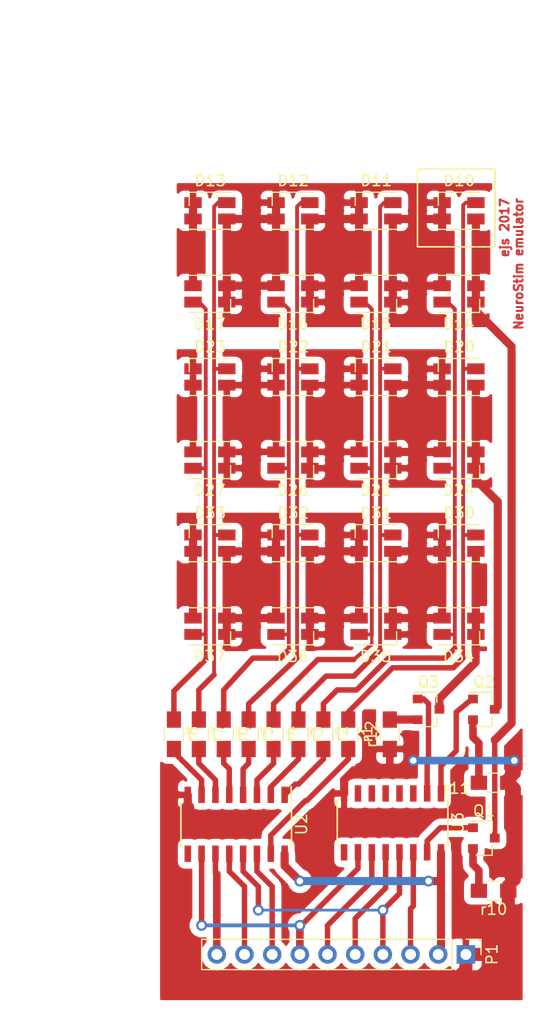
<source format=kicad_pcb>
(kicad_pcb (version 4) (host pcbnew 4.0.5)
  (title_block (date "jeu. 02 avril 2015"))
  (layers (0 F.Cu signal) (31 B.Cu signal) (34 B.Paste user) (35 F.Paste user) (36 B.SilkS user) (37 F.SilkS user) (38 B.Mask user) (39 F.Mask user) (44 Edge.Cuts user))
  (net 0 "")
  (net 1 GND)
  (net 2 VCC)
  (net 3 /a)
  (net 4 /b)
  (net 5 /c)
  (net 6 /d)
  (net 7 /e)
  (net 8 /f)
  (net 9 /g)
  (net 10 /h)
  (net 11 /r3)
  (net 12 "Net-(U2-Pad3)")
  (net 13 /r1)
  (net 14 /r2)
  (net 15 "Net-(U2-Pad15)")
  (net 16 "Net-(U2-Pad1)")
  (net 17 "Net-(U2-Pad2)")
  (net 18 "Net-(U2-Pad4)")
  (net 19 "Net-(U2-Pad5)")
  (net 20 "Net-(U2-Pad6)")
  (net 21 "Net-(U2-Pad7)")
  (net 22 "Net-(Q1-Pad1)")
  (net 23 "Net-(Q1-Pad2)")
  (net 24 "Net-(Q2-Pad1)")
  (net 25 "Net-(Q2-Pad2)")
  (net 26 "Net-(Q3-Pad1)")
  (net 27 "Net-(Q3-Pad2)")
  (net 28 "Net-(P1-Pad6)")
  (net 29 "Net-(P1-Pad10)")
  (net 30 "Net-(P1-Pad4)")
  (net 31 "Net-(P1-Pad8)")
  (net 32 "Net-(P1-Pad3)")
  (net 33 "Net-(P1-Pad5)")
  (net 34 "Net-(P1-Pad7)")
  (net 35 "Net-(P1-Pad9)")
  (module LED-OSRAM:LED_Osram-PLCC4-maxspace (layer F.Cu) (at 218.44 73.66)
    (fp_text reference D10 (at 0.0254 -2.7686) (layer F.SilkS))
    (fp_text value LED)
    (pad 1 smd rect (at 1.55 0.75) (size 1.6 1) (layers F.Cu F.Paste F.Mask) (net 13 /r1))
    (pad 2 smd rect (at 1.55 -0.75) (size 1.6 1) (layers F.Cu F.Paste F.Mask) (net 3 /a))
    (pad 1 smd rect (at -1.55 0.75) (size 1.6 1) (layers F.Cu F.Paste F.Mask) (net 13 /r1))
    (pad 1 smd rect (at -1.55 -0.75) (size 1.6 1) (layers F.Cu F.Paste F.Mask) (net 13 /r1))
  )
  (module LED-OSRAM:LED_Osram-PLCC4-maxspace (layer F.Cu) (at 195.58 111.76 180)
    (fp_text reference D37 (at 0.0254 -2.7686 180) (layer F.SilkS))
    (fp_text value LED)
    (pad 1 smd rect (at 1.55 0.75 180) (size 1.6 1) (layers F.Cu F.Paste F.Mask) (net 11 /r3))
    (pad 2 smd rect (at 1.55 -0.75 180) (size 1.6 1) (layers F.Cu F.Paste F.Mask) (net 10 /h))
    (pad 1 smd rect (at -1.55 0.75 180) (size 1.6 1) (layers F.Cu F.Paste F.Mask) (net 11 /r3))
    (pad 1 smd rect (at -1.55 -0.75 180) (size 1.6 1) (layers F.Cu F.Paste F.Mask) (net 11 /r3))
  )
  (module LED-OSRAM:LED_Osram-PLCC4-maxspace (layer F.Cu) (at 203.2 111.76 180)
    (fp_text reference D36 (at 0.0254 -2.7686 180) (layer F.SilkS))
    (fp_text value LED)
    (pad 1 smd rect (at 1.55 0.75 180) (size 1.6 1) (layers F.Cu F.Paste F.Mask) (net 11 /r3))
    (pad 2 smd rect (at 1.55 -0.75 180) (size 1.6 1) (layers F.Cu F.Paste F.Mask) (net 9 /g))
    (pad 1 smd rect (at -1.55 0.75 180) (size 1.6 1) (layers F.Cu F.Paste F.Mask) (net 11 /r3))
    (pad 1 smd rect (at -1.55 -0.75 180) (size 1.6 1) (layers F.Cu F.Paste F.Mask) (net 11 /r3))
  )
  (module LED-OSRAM:LED_Osram-PLCC4-maxspace (layer F.Cu) (at 210.82 111.76 180)
    (fp_text reference D35 (at 0.0254 -2.7686 180) (layer F.SilkS))
    (fp_text value LED)
    (pad 1 smd rect (at 1.55 0.75 180) (size 1.6 1) (layers F.Cu F.Paste F.Mask) (net 11 /r3))
    (pad 2 smd rect (at 1.55 -0.75 180) (size 1.6 1) (layers F.Cu F.Paste F.Mask) (net 8 /f))
    (pad 1 smd rect (at -1.55 0.75 180) (size 1.6 1) (layers F.Cu F.Paste F.Mask) (net 11 /r3))
    (pad 1 smd rect (at -1.55 -0.75 180) (size 1.6 1) (layers F.Cu F.Paste F.Mask) (net 11 /r3))
  )
  (module LED-OSRAM:LED_Osram-PLCC4-maxspace (layer F.Cu) (at 218.44 111.76 180)
    (fp_text reference D34 (at 0.0254 -2.7686 180) (layer F.SilkS))
    (fp_text value LED)
    (pad 1 smd rect (at 1.55 0.75 180) (size 1.6 1) (layers F.Cu F.Paste F.Mask) (net 11 /r3))
    (pad 2 smd rect (at 1.55 -0.75 180) (size 1.6 1) (layers F.Cu F.Paste F.Mask) (net 7 /e))
    (pad 1 smd rect (at -1.55 0.75 180) (size 1.6 1) (layers F.Cu F.Paste F.Mask) (net 11 /r3))
    (pad 1 smd rect (at -1.55 -0.75 180) (size 1.6 1) (layers F.Cu F.Paste F.Mask) (net 11 /r3))
  )
  (module LED-OSRAM:LED_Osram-PLCC4-maxspace (layer F.Cu) (at 195.58 104.14)
    (fp_text reference D33 (at 0.0254 -2.7686) (layer F.SilkS))
    (fp_text value LED)
    (pad 1 smd rect (at 1.55 0.75) (size 1.6 1) (layers F.Cu F.Paste F.Mask) (net 11 /r3))
    (pad 2 smd rect (at 1.55 -0.75) (size 1.6 1) (layers F.Cu F.Paste F.Mask) (net 6 /d))
    (pad 1 smd rect (at -1.55 0.75) (size 1.6 1) (layers F.Cu F.Paste F.Mask) (net 11 /r3))
    (pad 1 smd rect (at -1.55 -0.75) (size 1.6 1) (layers F.Cu F.Paste F.Mask) (net 11 /r3))
  )
  (module LED-OSRAM:LED_Osram-PLCC4-maxspace (layer F.Cu) (at 203.2 104.14)
    (fp_text reference D32 (at 0.0254 -2.7686) (layer F.SilkS))
    (fp_text value LED)
    (pad 1 smd rect (at 1.55 0.75) (size 1.6 1) (layers F.Cu F.Paste F.Mask) (net 11 /r3))
    (pad 2 smd rect (at 1.55 -0.75) (size 1.6 1) (layers F.Cu F.Paste F.Mask) (net 5 /c))
    (pad 1 smd rect (at -1.55 0.75) (size 1.6 1) (layers F.Cu F.Paste F.Mask) (net 11 /r3))
    (pad 1 smd rect (at -1.55 -0.75) (size 1.6 1) (layers F.Cu F.Paste F.Mask) (net 11 /r3))
  )
  (module LED-OSRAM:LED_Osram-PLCC4-maxspace (layer F.Cu) (at 210.82 104.14)
    (fp_text reference D31 (at 0.0254 -2.7686) (layer F.SilkS))
    (fp_text value LED)
    (pad 1 smd rect (at 1.55 0.75) (size 1.6 1) (layers F.Cu F.Paste F.Mask) (net 11 /r3))
    (pad 2 smd rect (at 1.55 -0.75) (size 1.6 1) (layers F.Cu F.Paste F.Mask) (net 4 /b))
    (pad 1 smd rect (at -1.55 0.75) (size 1.6 1) (layers F.Cu F.Paste F.Mask) (net 11 /r3))
    (pad 1 smd rect (at -1.55 -0.75) (size 1.6 1) (layers F.Cu F.Paste F.Mask) (net 11 /r3))
  )
  (module LED-OSRAM:LED_Osram-PLCC4-maxspace (layer F.Cu) (at 218.44 104.14)
    (fp_text reference D30 (at 0.0254 -2.7686) (layer F.SilkS))
    (fp_text value LED)
    (pad 1 smd rect (at 1.55 0.75) (size 1.6 1) (layers F.Cu F.Paste F.Mask) (net 11 /r3))
    (pad 2 smd rect (at 1.55 -0.75) (size 1.6 1) (layers F.Cu F.Paste F.Mask) (net 3 /a))
    (pad 1 smd rect (at -1.55 0.75) (size 1.6 1) (layers F.Cu F.Paste F.Mask) (net 11 /r3))
    (pad 1 smd rect (at -1.55 -0.75) (size 1.6 1) (layers F.Cu F.Paste F.Mask) (net 11 /r3))
  )
  (module LED-OSRAM:LED_Osram-PLCC4-maxspace (layer F.Cu) (at 195.58 96.52 180)
    (fp_text reference D27 (at 0.0254 -2.7686 180) (layer F.SilkS))
    (fp_text value LED)
    (pad 1 smd rect (at 1.55 0.75 180) (size 1.6 1) (layers F.Cu F.Paste F.Mask) (net 14 /r2))
    (pad 2 smd rect (at 1.55 -0.75 180) (size 1.6 1) (layers F.Cu F.Paste F.Mask) (net 10 /h))
    (pad 1 smd rect (at -1.55 0.75 180) (size 1.6 1) (layers F.Cu F.Paste F.Mask) (net 14 /r2))
    (pad 1 smd rect (at -1.55 -0.75 180) (size 1.6 1) (layers F.Cu F.Paste F.Mask) (net 14 /r2))
  )
  (module LED-OSRAM:LED_Osram-PLCC4-maxspace (layer F.Cu) (at 203.2 96.52 180)
    (fp_text reference D26 (at 0.0254 -2.7686 180) (layer F.SilkS))
    (fp_text value LED)
    (pad 1 smd rect (at 1.55 0.75 180) (size 1.6 1) (layers F.Cu F.Paste F.Mask) (net 14 /r2))
    (pad 2 smd rect (at 1.55 -0.75 180) (size 1.6 1) (layers F.Cu F.Paste F.Mask) (net 9 /g))
    (pad 1 smd rect (at -1.55 0.75 180) (size 1.6 1) (layers F.Cu F.Paste F.Mask) (net 14 /r2))
    (pad 1 smd rect (at -1.55 -0.75 180) (size 1.6 1) (layers F.Cu F.Paste F.Mask) (net 14 /r2))
  )
  (module LED-OSRAM:LED_Osram-PLCC4-maxspace (layer F.Cu) (at 210.82 96.52 180)
    (fp_text reference D25 (at 0.0254 -2.7686 180) (layer F.SilkS))
    (fp_text value LED)
    (pad 1 smd rect (at 1.55 0.75 180) (size 1.6 1) (layers F.Cu F.Paste F.Mask) (net 14 /r2))
    (pad 2 smd rect (at 1.55 -0.75 180) (size 1.6 1) (layers F.Cu F.Paste F.Mask) (net 8 /f))
    (pad 1 smd rect (at -1.55 0.75 180) (size 1.6 1) (layers F.Cu F.Paste F.Mask) (net 14 /r2))
    (pad 1 smd rect (at -1.55 -0.75 180) (size 1.6 1) (layers F.Cu F.Paste F.Mask) (net 14 /r2))
  )
  (module LED-OSRAM:LED_Osram-PLCC4-maxspace (layer F.Cu) (at 218.44 96.52 180)
    (fp_text reference D24 (at 0.0254 -2.7686 180) (layer F.SilkS))
    (fp_text value LED)
    (pad 1 smd rect (at 1.55 0.75 180) (size 1.6 1) (layers F.Cu F.Paste F.Mask) (net 14 /r2))
    (pad 2 smd rect (at 1.55 -0.75 180) (size 1.6 1) (layers F.Cu F.Paste F.Mask) (net 7 /e))
    (pad 1 smd rect (at -1.55 0.75 180) (size 1.6 1) (layers F.Cu F.Paste F.Mask) (net 14 /r2))
    (pad 1 smd rect (at -1.55 -0.75 180) (size 1.6 1) (layers F.Cu F.Paste F.Mask) (net 14 /r2))
  )
  (module LED-OSRAM:LED_Osram-PLCC4-maxspace (layer F.Cu) (at 195.58 88.9)
    (fp_text reference D23 (at 0.0254 -2.7686) (layer F.SilkS))
    (fp_text value LED)
    (pad 1 smd rect (at 1.55 0.75) (size 1.6 1) (layers F.Cu F.Paste F.Mask) (net 14 /r2))
    (pad 2 smd rect (at 1.55 -0.75) (size 1.6 1) (layers F.Cu F.Paste F.Mask) (net 6 /d))
    (pad 1 smd rect (at -1.55 0.75) (size 1.6 1) (layers F.Cu F.Paste F.Mask) (net 14 /r2))
    (pad 1 smd rect (at -1.55 -0.75) (size 1.6 1) (layers F.Cu F.Paste F.Mask) (net 14 /r2))
  )
  (module LED-OSRAM:LED_Osram-PLCC4-maxspace (layer F.Cu) (at 203.2 88.9)
    (fp_text reference D22 (at 0.0254 -2.7686) (layer F.SilkS))
    (fp_text value LED)
    (pad 1 smd rect (at 1.55 0.75) (size 1.6 1) (layers F.Cu F.Paste F.Mask) (net 14 /r2))
    (pad 2 smd rect (at 1.55 -0.75) (size 1.6 1) (layers F.Cu F.Paste F.Mask) (net 5 /c))
    (pad 1 smd rect (at -1.55 0.75) (size 1.6 1) (layers F.Cu F.Paste F.Mask) (net 14 /r2))
    (pad 1 smd rect (at -1.55 -0.75) (size 1.6 1) (layers F.Cu F.Paste F.Mask) (net 14 /r2))
  )
  (module LED-OSRAM:LED_Osram-PLCC4-maxspace (layer F.Cu) (at 210.82 88.9)
    (fp_text reference D21 (at 0.0254 -2.7686) (layer F.SilkS))
    (fp_text value LED)
    (pad 1 smd rect (at 1.55 0.75) (size 1.6 1) (layers F.Cu F.Paste F.Mask) (net 14 /r2))
    (pad 2 smd rect (at 1.55 -0.75) (size 1.6 1) (layers F.Cu F.Paste F.Mask) (net 4 /b))
    (pad 1 smd rect (at -1.55 0.75) (size 1.6 1) (layers F.Cu F.Paste F.Mask) (net 14 /r2))
    (pad 1 smd rect (at -1.55 -0.75) (size 1.6 1) (layers F.Cu F.Paste F.Mask) (net 14 /r2))
  )
  (module LED-OSRAM:LED_Osram-PLCC4-maxspace (layer F.Cu) (at 218.44 88.9)
    (fp_text reference D20 (at 0.0254 -2.7686) (layer F.SilkS))
    (fp_text value LED)
    (pad 1 smd rect (at 1.55 0.75) (size 1.6 1) (layers F.Cu F.Paste F.Mask) (net 14 /r2))
    (pad 2 smd rect (at 1.55 -0.75) (size 1.6 1) (layers F.Cu F.Paste F.Mask) (net 3 /a))
    (pad 1 smd rect (at -1.55 0.75) (size 1.6 1) (layers F.Cu F.Paste F.Mask) (net 14 /r2))
    (pad 1 smd rect (at -1.55 -0.75) (size 1.6 1) (layers F.Cu F.Paste F.Mask) (net 14 /r2))
  )
  (module LED-OSRAM:LED_Osram-PLCC4-maxspace (layer F.Cu) (at 195.58 81.28 180)
    (fp_text reference D17 (at 0.0254 -2.7686 180) (layer F.SilkS))
    (fp_text value LED)
    (pad 1 smd rect (at 1.55 0.75 180) (size 1.6 1) (layers F.Cu F.Paste F.Mask) (net 13 /r1))
    (pad 2 smd rect (at 1.55 -0.75 180) (size 1.6 1) (layers F.Cu F.Paste F.Mask) (net 10 /h))
    (pad 1 smd rect (at -1.55 0.75 180) (size 1.6 1) (layers F.Cu F.Paste F.Mask) (net 13 /r1))
    (pad 1 smd rect (at -1.55 -0.75 180) (size 1.6 1) (layers F.Cu F.Paste F.Mask) (net 13 /r1))
  )
  (module LED-OSRAM:LED_Osram-PLCC4-maxspace (layer F.Cu) (at 203.2 81.28 180)
    (fp_text reference D16 (at 0.0254 -2.7686 180) (layer F.SilkS))
    (fp_text value LED)
    (pad 1 smd rect (at 1.55 0.75 180) (size 1.6 1) (layers F.Cu F.Paste F.Mask) (net 13 /r1))
    (pad 2 smd rect (at 1.55 -0.75 180) (size 1.6 1) (layers F.Cu F.Paste F.Mask) (net 9 /g))
    (pad 1 smd rect (at -1.55 0.75 180) (size 1.6 1) (layers F.Cu F.Paste F.Mask) (net 13 /r1))
    (pad 1 smd rect (at -1.55 -0.75 180) (size 1.6 1) (layers F.Cu F.Paste F.Mask) (net 13 /r1))
  )
  (module LED-OSRAM:LED_Osram-PLCC4-maxspace (layer F.Cu) (at 210.82 81.28 180)
    (fp_text reference D15 (at 0.0254 -2.7686 180) (layer F.SilkS))
    (fp_text value LED)
    (pad 1 smd rect (at 1.55 0.75 180) (size 1.6 1) (layers F.Cu F.Paste F.Mask) (net 13 /r1))
    (pad 2 smd rect (at 1.55 -0.75 180) (size 1.6 1) (layers F.Cu F.Paste F.Mask) (net 8 /f))
    (pad 1 smd rect (at -1.55 0.75 180) (size 1.6 1) (layers F.Cu F.Paste F.Mask) (net 13 /r1))
    (pad 1 smd rect (at -1.55 -0.75 180) (size 1.6 1) (layers F.Cu F.Paste F.Mask) (net 13 /r1))
  )
  (module LED-OSRAM:LED_Osram-PLCC4-maxspace (layer F.Cu) (at 218.44 81.28 180)
    (fp_text reference D14 (at 0.0254 -2.7686 180) (layer F.SilkS))
    (fp_text value LED)
    (pad 1 smd rect (at 1.55 0.75 180) (size 1.6 1) (layers F.Cu F.Paste F.Mask) (net 13 /r1))
    (pad 2 smd rect (at 1.55 -0.75 180) (size 1.6 1) (layers F.Cu F.Paste F.Mask) (net 7 /e))
    (pad 1 smd rect (at -1.55 0.75 180) (size 1.6 1) (layers F.Cu F.Paste F.Mask) (net 13 /r1))
    (pad 1 smd rect (at -1.55 -0.75 180) (size 1.6 1) (layers F.Cu F.Paste F.Mask) (net 13 /r1))
  )
  (module LED-OSRAM:LED_Osram-PLCC4-maxspace (layer F.Cu) (at 195.58 73.66)
    (fp_text reference D13 (at 0.0254 -2.7686) (layer F.SilkS))
    (fp_text value LED)
    (pad 1 smd rect (at 1.55 0.75) (size 1.6 1) (layers F.Cu F.Paste F.Mask) (net 13 /r1))
    (pad 2 smd rect (at 1.55 -0.75) (size 1.6 1) (layers F.Cu F.Paste F.Mask) (net 6 /d))
    (pad 1 smd rect (at -1.55 0.75) (size 1.6 1) (layers F.Cu F.Paste F.Mask) (net 13 /r1))
    (pad 1 smd rect (at -1.55 -0.75) (size 1.6 1) (layers F.Cu F.Paste F.Mask) (net 13 /r1))
  )
  (module LED-OSRAM:LED_Osram-PLCC4-maxspace (layer F.Cu) (at 203.2 73.66)
    (fp_text reference D12 (at 0.0254 -2.7686) (layer F.SilkS))
    (fp_text value LED)
    (pad 1 smd rect (at 1.55 0.75) (size 1.6 1) (layers F.Cu F.Paste F.Mask) (net 13 /r1))
    (pad 2 smd rect (at 1.55 -0.75) (size 1.6 1) (layers F.Cu F.Paste F.Mask) (net 5 /c))
    (pad 1 smd rect (at -1.55 0.75) (size 1.6 1) (layers F.Cu F.Paste F.Mask) (net 13 /r1))
    (pad 1 smd rect (at -1.55 -0.75) (size 1.6 1) (layers F.Cu F.Paste F.Mask) (net 13 /r1))
  )
  (module LED-OSRAM:LED_Osram-PLCC4-maxspace (layer F.Cu) (at 210.82 73.66)
    (fp_text reference D11 (at 0.0254 -2.7686) (layer F.SilkS))
    (fp_text value LED)
    (pad 1 smd rect (at 1.55 0.75) (size 1.6 1) (layers F.Cu F.Paste F.Mask) (net 13 /r1))
    (pad 2 smd rect (at 1.55 -0.75) (size 1.6 1) (layers F.Cu F.Paste F.Mask) (net 4 /b))
    (pad 1 smd rect (at -1.55 0.75) (size 1.6 1) (layers F.Cu F.Paste F.Mask) (net 13 /r1))
    (pad 1 smd rect (at -1.55 -0.75) (size 1.6 1) (layers F.Cu F.Paste F.Mask) (net 13 /r1))
  )
  (module Housings_SOIC:SOIC-16_3.9x9.9mm_Pitch1.27mm (layer F.Cu) (at 197.993 129.921 270)
    (fp_text reference U2 (at 0 -6 270) (layer F.SilkS))
    (fp_text value 74LS595)
    (pad 1 smd rect (at -2.7 -4.445 270) (size 1.5 0.6) (layers F.Cu F.Paste F.Mask) (net 16 "Net-(U2-Pad1)"))
    (pad 2 smd rect (at -2.7 -3.175 270) (size 1.5 0.6) (layers F.Cu F.Paste F.Mask) (net 17 "Net-(U2-Pad2)"))
    (pad 3 smd rect (at -2.7 -1.905 270) (size 1.5 0.6) (layers F.Cu F.Paste F.Mask) (net 12 "Net-(U2-Pad3)"))
    (pad 4 smd rect (at -2.7 -0.635 270) (size 1.5 0.6) (layers F.Cu F.Paste F.Mask) (net 18 "Net-(U2-Pad4)"))
    (pad 5 smd rect (at -2.7 0.635 270) (size 1.5 0.6) (layers F.Cu F.Paste F.Mask) (net 19 "Net-(U2-Pad5)"))
    (pad 6 smd rect (at -2.7 1.905 270) (size 1.5 0.6) (layers F.Cu F.Paste F.Mask) (net 20 "Net-(U2-Pad6)"))
    (pad 7 smd rect (at -2.7 3.175 270) (size 1.5 0.6) (layers F.Cu F.Paste F.Mask) (net 21 "Net-(U2-Pad7)"))
    (pad 8 smd rect (at -2.7 4.445 270) (size 1.5 0.6) (layers F.Cu F.Paste F.Mask) (net 1 GND))
    (pad 9 smd rect (at 2.7 4.445 270) (size 1.5 0.6) (layers F.Cu F.Paste F.Mask))
    (pad 10 smd rect (at 2.7 3.175 270) (size 1.5 0.6) (layers F.Cu F.Paste F.Mask) (net 34 "Net-(P1-Pad7)"))
    (pad 11 smd rect (at 2.7 1.905 270) (size 1.5 0.6) (layers F.Cu F.Paste F.Mask) (net 29 "Net-(P1-Pad10)"))
    (pad 12 smd rect (at 2.7 0.635 270) (size 1.5 0.6) (layers F.Cu F.Paste F.Mask) (net 35 "Net-(P1-Pad9)"))
    (pad 13 smd rect (at 2.7 -0.635 270) (size 1.5 0.6) (layers F.Cu F.Paste F.Mask) (net 30 "Net-(P1-Pad4)"))
    (pad 14 smd rect (at 2.7 -1.905 270) (size 1.5 0.6) (layers F.Cu F.Paste F.Mask) (net 31 "Net-(P1-Pad8)"))
    (pad 15 smd rect (at 2.7 -3.175 270) (size 1.5 0.6) (layers F.Cu F.Paste F.Mask) (net 15 "Net-(U2-Pad15)"))
    (pad 16 smd rect (at 2.7 -4.445 270) (size 1.5 0.6) (layers F.Cu F.Paste F.Mask) (net 2 VCC))
  )
  (module Housings_SOIC:SOIC-16_3.9x9.9mm_Pitch1.27mm (layer F.Cu) (at 212.344 129.794 270)
    (fp_text reference U3 (at 0 -6 270) (layer F.SilkS))
    (fp_text value 74LS595)
    (pad 1 smd rect (at -2.7 -4.445 270) (size 1.5 0.6) (layers F.Cu F.Paste F.Mask) (net 24 "Net-(Q2-Pad1)"))
    (pad 2 smd rect (at -2.7 -3.175 270) (size 1.5 0.6) (layers F.Cu F.Paste F.Mask) (net 26 "Net-(Q3-Pad1)"))
    (pad 3 smd rect (at -2.7 -1.905 270) (size 1.5 0.6) (layers F.Cu F.Paste F.Mask))
    (pad 4 smd rect (at -2.7 -0.635 270) (size 1.5 0.6) (layers F.Cu F.Paste F.Mask))
    (pad 5 smd rect (at -2.7 0.635 270) (size 1.5 0.6) (layers F.Cu F.Paste F.Mask))
    (pad 6 smd rect (at -2.7 1.905 270) (size 1.5 0.6) (layers F.Cu F.Paste F.Mask))
    (pad 7 smd rect (at -2.7 3.175 270) (size 1.5 0.6) (layers F.Cu F.Paste F.Mask))
    (pad 8 smd rect (at -2.7 4.445 270) (size 1.5 0.6) (layers F.Cu F.Paste F.Mask) (net 1 GND))
    (pad 9 smd rect (at 2.7 4.445 270) (size 1.5 0.6) (layers F.Cu F.Paste F.Mask))
    (pad 10 smd rect (at 2.7 3.175 270) (size 1.5 0.6) (layers F.Cu F.Paste F.Mask) (net 34 "Net-(P1-Pad7)"))
    (pad 11 smd rect (at 2.7 1.905 270) (size 1.5 0.6) (layers F.Cu F.Paste F.Mask) (net 28 "Net-(P1-Pad6)"))
    (pad 12 smd rect (at 2.7 0.635 270) (size 1.5 0.6) (layers F.Cu F.Paste F.Mask) (net 33 "Net-(P1-Pad5)"))
    (pad 13 smd rect (at 2.7 -0.635 270) (size 1.5 0.6) (layers F.Cu F.Paste F.Mask) (net 30 "Net-(P1-Pad4)"))
    (pad 14 smd rect (at 2.7 -1.905 270) (size 1.5 0.6) (layers F.Cu F.Paste F.Mask) (net 32 "Net-(P1-Pad3)"))
    (pad 15 smd rect (at 2.7 -3.175 270) (size 1.5 0.6) (layers F.Cu F.Paste F.Mask) (net 22 "Net-(Q1-Pad1)"))
    (pad 16 smd rect (at 2.7 -4.445 270) (size 1.5 0.6) (layers F.Cu F.Paste F.Mask) (net 2 VCC))
  )
  (module Resistors_SMD:R_0805_HandSoldering (layer F.Cu) (at 208.28 121.666 270)
    (fp_text reference r1 (at 0 -1.7 270) (layer F.SilkS))
    (fp_text value 150)
    (pad 1 smd rect (at -1.35 0 270) (size 1.5 1.3) (layers F.Cu F.Paste F.Mask) (net 3 /a))
    (pad 2 smd rect (at 1.35 0 270) (size 1.5 1.3) (layers F.Cu F.Paste F.Mask) (net 15 "Net-(U2-Pad15)"))
  )
  (module Resistors_SMD:R_0805_HandSoldering (layer F.Cu) (at 205.994 121.666 270)
    (fp_text reference r2 (at 0 -1.7 270) (layer F.SilkS))
    (fp_text value 150)
    (pad 1 smd rect (at -1.35 0 270) (size 1.5 1.3) (layers F.Cu F.Paste F.Mask) (net 7 /e))
    (pad 2 smd rect (at 1.35 0 270) (size 1.5 1.3) (layers F.Cu F.Paste F.Mask) (net 16 "Net-(U2-Pad1)"))
  )
  (module Resistors_SMD:R_0805_HandSoldering (layer F.Cu) (at 203.708 121.666 270)
    (fp_text reference r3 (at 0 -1.7 270) (layer F.SilkS))
    (fp_text value 150)
    (pad 1 smd rect (at -1.35 0 270) (size 1.5 1.3) (layers F.Cu F.Paste F.Mask) (net 4 /b))
    (pad 2 smd rect (at 1.35 0 270) (size 1.5 1.3) (layers F.Cu F.Paste F.Mask) (net 17 "Net-(U2-Pad2)"))
  )
  (module Resistors_SMD:R_0805_HandSoldering (layer F.Cu) (at 201.422 121.666 270)
    (fp_text reference r4 (at 0 -1.7 270) (layer F.SilkS))
    (fp_text value 150)
    (pad 1 smd rect (at -1.35 0 270) (size 1.5 1.3) (layers F.Cu F.Paste F.Mask) (net 8 /f))
    (pad 2 smd rect (at 1.35 0 270) (size 1.5 1.3) (layers F.Cu F.Paste F.Mask) (net 12 "Net-(U2-Pad3)"))
  )
  (module Resistors_SMD:R_0805_HandSoldering (layer F.Cu) (at 199.136 121.666 270)
    (fp_text reference r5 (at 0 -1.7 270) (layer F.SilkS))
    (fp_text value 150)
    (pad 1 smd rect (at -1.35 0 270) (size 1.5 1.3) (layers F.Cu F.Paste F.Mask) (net 5 /c))
    (pad 2 smd rect (at 1.35 0 270) (size 1.5 1.3) (layers F.Cu F.Paste F.Mask) (net 18 "Net-(U2-Pad4)"))
  )
  (module Resistors_SMD:R_0805_HandSoldering (layer F.Cu) (at 196.85 121.666 270)
    (fp_text reference r6 (at 0 -1.7 270) (layer F.SilkS))
    (fp_text value 150)
    (pad 1 smd rect (at -1.35 0 270) (size 1.5 1.3) (layers F.Cu F.Paste F.Mask) (net 9 /g))
    (pad 2 smd rect (at 1.35 0 270) (size 1.5 1.3) (layers F.Cu F.Paste F.Mask) (net 19 "Net-(U2-Pad5)"))
  )
  (module Resistors_SMD:R_0805_HandSoldering (layer F.Cu) (at 194.564 121.666 270)
    (fp_text reference r7 (at 0 -1.7 270) (layer F.SilkS))
    (fp_text value 150)
    (pad 1 smd rect (at -1.35 0 270) (size 1.5 1.3) (layers F.Cu F.Paste F.Mask) (net 6 /d))
    (pad 2 smd rect (at 1.35 0 270) (size 1.5 1.3) (layers F.Cu F.Paste F.Mask) (net 20 "Net-(U2-Pad6)"))
  )
  (module Resistors_SMD:R_0805_HandSoldering (layer F.Cu) (at 192.278 121.666 270)
    (fp_text reference r8 (at 0 -1.7 270) (layer F.SilkS))
    (fp_text value 150)
    (pad 1 smd rect (at -1.35 0 270) (size 1.5 1.3) (layers F.Cu F.Paste F.Mask) (net 10 /h))
    (pad 2 smd rect (at 1.35 0 270) (size 1.5 1.3) (layers F.Cu F.Paste F.Mask) (net 21 "Net-(U2-Pad7)"))
  )
  (module SOT-23 (layer F.Cu) (at 220.726 131.191)
    (fp_text reference Q1 (at 0 -2.5) (layer F.SilkS))
    (fp_text value BC817-40)
    (pad 1 smd rect (at -1 -0.95) (size 0.9 0.8) (layers F.Cu F.Paste F.Mask) (net 22 "Net-(Q1-Pad1)"))
    (pad 2 smd rect (at -1 0.95) (size 0.9 0.8) (layers F.Cu F.Paste F.Mask) (net 23 "Net-(Q1-Pad2)"))
    (pad 3 smd rect (at 1 0) (size 0.9 0.8) (layers F.Cu F.Paste F.Mask) (net 13 /r1))
  )
  (module SOT-23 (layer F.Cu) (at 220.726 119.38)
    (fp_text reference Q2 (at 0 -2.5) (layer F.SilkS))
    (fp_text value BC817-40)
    (pad 1 smd rect (at -1 -0.95) (size 0.9 0.8) (layers F.Cu F.Paste F.Mask) (net 24 "Net-(Q2-Pad1)"))
    (pad 2 smd rect (at -1 0.95) (size 0.9 0.8) (layers F.Cu F.Paste F.Mask) (net 25 "Net-(Q2-Pad2)"))
    (pad 3 smd rect (at 1 0) (size 0.9 0.8) (layers F.Cu F.Paste F.Mask) (net 14 /r2))
  )
  (module SOT-23 (layer F.Cu) (at 215.646 119.38)
    (fp_text reference Q3 (at 0 -2.5) (layer F.SilkS))
    (fp_text value BC817-40)
    (pad 1 smd rect (at -1 -0.95) (size 0.9 0.8) (layers F.Cu F.Paste F.Mask) (net 26 "Net-(Q3-Pad1)"))
    (pad 2 smd rect (at -1 0.95) (size 0.9 0.8) (layers F.Cu F.Paste F.Mask) (net 27 "Net-(Q3-Pad2)"))
    (pad 3 smd rect (at 1 0) (size 0.9 0.8) (layers F.Cu F.Paste F.Mask) (net 11 /r3))
  )
  (module Resistors_SMD:R_0805_HandSoldering (layer F.Cu) (at 221.615 136.017 180)
    (fp_text reference r10 (at 0 -1.7 180) (layer F.SilkS))
    (fp_text value 4k7)
    (pad 1 smd rect (at -1.35 0 180) (size 1.5 1.3) (layers F.Cu F.Paste F.Mask) (net 1 GND))
    (pad 2 smd rect (at 1.35 0 180) (size 1.5 1.3) (layers F.Cu F.Paste F.Mask) (net 23 "Net-(Q1-Pad2)"))
  )
  (module Resistors_SMD:R_0805_HandSoldering (layer F.Cu) (at 221.615 126.111 180)
    (fp_text reference r11 (at 3.429 -0.508 180) (layer F.SilkS))
    (fp_text value 4k7)
    (pad 1 smd rect (at -1.35 0 180) (size 1.5 1.3) (layers F.Cu F.Paste F.Mask) (net 1 GND))
    (pad 2 smd rect (at 1.35 0 180) (size 1.5 1.3) (layers F.Cu F.Paste F.Mask) (net 25 "Net-(Q2-Pad2)"))
  )
  (module Resistors_SMD:R_0805_HandSoldering (layer F.Cu) (at 212.09 121.666 90)
    (fp_text reference r12 (at 0 -1.7 90) (layer F.SilkS))
    (fp_text value 4k7)
    (pad 1 smd rect (at -1.35 0 90) (size 1.5 1.3) (layers F.Cu F.Paste F.Mask) (net 1 GND))
    (pad 2 smd rect (at 1.35 0 90) (size 1.5 1.3) (layers F.Cu F.Paste F.Mask) (net 27 "Net-(Q3-Pad2)"))
  )
  (module Pin_Headers:Pin_Header_Straight_1x10_Pitch2.54mm (layer F.Cu) (at 219.075 141.859 270)
    (fp_text reference P1 (at 0 -2.39 270) (layer F.SilkS))
    (fp_text value CONN_01X10)
    (pad 1 thru_hole rect (at 0 0 270) (size 1.7 1.7) (drill 1) (layers *.Cu *.Mask) (net 1 GND))
    (pad 2 thru_hole oval (at 0 2.54 270) (size 1.7 1.7) (drill 1) (layers *.Cu *.Mask) (net 2 VCC))
    (pad 3 thru_hole oval (at 0 5.08 270) (size 1.7 1.7) (drill 1) (layers *.Cu *.Mask) (net 32 "Net-(P1-Pad3)"))
    (pad 4 thru_hole oval (at 0 7.62 270) (size 1.7 1.7) (drill 1) (layers *.Cu *.Mask) (net 30 "Net-(P1-Pad4)"))
    (pad 5 thru_hole oval (at 0 10.16 270) (size 1.7 1.7) (drill 1) (layers *.Cu *.Mask) (net 33 "Net-(P1-Pad5)"))
    (pad 6 thru_hole oval (at 0 12.7 270) (size 1.7 1.7) (drill 1) (layers *.Cu *.Mask) (net 28 "Net-(P1-Pad6)"))
    (pad 7 thru_hole oval (at 0 15.24 270) (size 1.7 1.7) (drill 1) (layers *.Cu *.Mask) (net 34 "Net-(P1-Pad7)"))
    (pad 8 thru_hole oval (at 0 17.78 270) (size 1.7 1.7) (drill 1) (layers *.Cu *.Mask) (net 31 "Net-(P1-Pad8)"))
    (pad 9 thru_hole oval (at 0 20.32 270) (size 1.7 1.7) (drill 1) (layers *.Cu *.Mask) (net 35 "Net-(P1-Pad9)"))
    (pad 10 thru_hole oval (at 0 22.86 270) (size 1.7 1.7) (drill 1) (layers *.Cu *.Mask) (net 29 "Net-(P1-Pad10)"))
  )
  (gr_text "ejs 2017\nNeuroStim emulator\n" (at 223.266 72.39 90) (layer F.Cu) (effects (font (size 0.8 0.8) (thickness 0.1875)) (justify right)))
  (gr_line (start 214.63 76.962) (end 214.63 69.85) (angle 90) (layer F.SilkS) (width 0.15))
  (gr_line (start 221.742 76.962) (end 214.63 76.962) (angle 90) (layer F.SilkS) (width 0.15))
  (gr_line (start 221.742 69.85) (end 221.742 76.962) (angle 90) (layer F.SilkS) (width 0.15))
  (gr_line (start 214.63 69.85) (end 221.742 69.85) (angle 90) (layer F.SilkS) (width 0.15))
  (segment (start 212.09 123.016) (end 212.09 124.46) (width 0.7) (layer F.Cu) (net 1))
  (segment (start 212.09 124.46) (end 212.598 124.968) (width 0.7) (layer F.Cu) (net 1))
  (segment (start 222.965 126.111) (end 222.965 125.777) (width 0.7) (layer F.Cu) (net 1))
  (segment (start 222.965 125.777) (end 223.52 125.222) (width 1.2) (layer F.Cu) (net 1))
  (segment (start 223.52 125.222) (end 223.52 124.079) (width 1.2) (layer F.Cu) (net 1))
  (via (at 223.52 124.079) (size 1) (drill 0.6) (layers F.Cu B.Cu) (net 1))
  (segment (start 223.52 124.079) (end 214.249 124.079) (width 0.7) (layer B.Cu) (net 1))
  (via (at 214.249 124.079) (size 1) (drill 0.6) (layers F.Cu B.Cu) (net 1))
  (segment (start 214.249 124.079) (end 213.36 124.968) (width 0.7) (layer F.Cu) (net 1))
  (segment (start 213.36 124.968) (end 212.598 124.968) (width 0.7) (layer F.Cu) (net 1))
  (segment (start 207.899 125.857) (end 208.788 124.968) (width 0.75) (layer F.Cu) (net 1))
  (segment (start 212.598 124.968) (end 208.788 124.968) (width 0.7) (layer F.Cu) (net 1))
  (segment (start 207.899 127.094) (end 207.899 125.857) (width 0.75) (layer F.Cu) (net 1))
  (segment (start 222.965 136.017) (end 222.965 135.556) (width 1.2) (layer F.Cu) (net 1))
  (segment (start 222.965 135.556) (end 223.52 135.001) (width 0.7) (layer F.Cu) (net 1))
  (segment (start 223.52 135.001) (end 223.52 126.666) (width 1.2) (layer F.Cu) (net 1))
  (segment (start 223.52 126.666) (end 222.965 126.111) (width 1.2) (layer F.Cu) (net 1))
  (segment (start 223.092 135.89) (end 222.965 136.017) (width 0.7) (layer F.Cu) (net 1))
  (segment (start 220.853 141.859) (end 221.107 141.859) (width 1.2) (layer F.Cu) (net 1))
  (segment (start 219.075 141.859) (end 220.853 141.859) (width 1.2) (layer F.Cu) (net 1))
  (segment (start 222.965 140.001) (end 222.965 136.017) (width 1.2) (layer F.Cu) (net 1))
  (segment (start 221.107 141.859) (end 222.965 140.001) (width 1.2) (layer F.Cu) (net 1))
  (segment (start 193.8655 144.5895) (end 217.7415 144.5895) (width 1.2) (layer F.Cu) (net 1))
  (segment (start 219.075 143.256) (end 219.075 141.859) (width 1.2) (layer F.Cu) (net 1))
  (segment (start 217.7415 144.5895) (end 219.075 143.256) (width 1.2) (layer F.Cu) (net 1))
  (segment (start 193.548 127.221) (end 193.548 128.397) (width 0.75) (layer F.Cu) (net 1))
  (segment (start 191.77 142.494) (end 193.8655 144.5895) (width 1.2) (layer F.Cu) (net 1))
  (segment (start 191.77 130.175) (end 191.77 142.494) (width 1.2) (layer F.Cu) (net 1))
  (segment (start 193.548 128.397) (end 191.77 130.175) (width 1.2) (layer F.Cu) (net 1))
  (segment (start 207.899 127.094) (end 207.899 127.127) (width 0.75) (layer F.Cu) (net 1))
  (segment (start 212.09 123.016) (end 212.09 123.698) (width 0.75) (layer F.Cu) (net 1))
  (segment (start 202.438 132.621) (end 202.438 133.731) (width 0.75) (layer F.Cu) (net 2))
  (segment (start 215.646 135.128) (end 216.789 135.128) (width 0.75) (layer F.Cu) (net 2))
  (via (at 215.646 135.128) (size 1) (drill 0.6) (layers F.Cu B.Cu) (net 2))
  (segment (start 203.835 135.128) (end 215.646 135.128) (width 0.75) (layer B.Cu) (net 2))
  (via (at 203.835 135.128) (size 1) (drill 0.6) (layers F.Cu B.Cu) (net 2))
  (segment (start 202.438 133.731) (end 203.835 135.128) (width 0.75) (layer F.Cu) (net 2))
  (segment (start 216.789 132.494) (end 216.789 135.128) (width 0.75) (layer F.Cu) (net 2))
  (segment (start 216.789 135.128) (end 216.789 141.605) (width 0.75) (layer F.Cu) (net 2))
  (segment (start 216.789 141.605) (end 216.535 141.859) (width 0.35) (layer F.Cu) (net 2))
  (segment (start 216.391 141.698) (end 216.442 141.698) (width 0.35) (layer F.Cu) (net 2))
  (segment (start 216.789 132.494) (end 216.789 133.223) (width 0.35) (layer F.Cu) (net 2))
  (segment (start 216.789 132.494) (end 216.789 132.969) (width 0.35) (layer F.Cu) (net 2))
  (segment (start 219.99 103.39) (end 218.821 103.39) (width 0.35) (layer F.Cu) (net 3))
  (segment (start 218.948 103.378) (end 218.821 103.378) (width 0.3) (layer F.Cu) (net 3))
  (segment (start 218.833 103.378) (end 218.948 103.378) (width 0.3) (layer F.Cu) (net 3))
  (segment (start 218.821 103.39) (end 218.833 103.378) (width 0.3) (layer F.Cu) (net 3))
  (segment (start 208.28 119.634) (end 212.344 115.57) (width 0.5) (layer F.Cu) (net 3))
  (segment (start 212.344 115.57) (end 217.932 115.57) (width 0.5) (layer F.Cu) (net 3))
  (segment (start 208.28 120.316) (end 208.28 119.634) (width 0.3) (layer F.Cu) (net 3))
  (segment (start 218.821 114.681) (end 218.821 103.378) (width 0.35) (layer F.Cu) (net 3))
  (segment (start 218.821 103.378) (end 218.821 103.251) (width 0.3) (layer F.Cu) (net 3))
  (segment (start 217.932 115.57) (end 218.821 114.681) (width 0.5) (layer F.Cu) (net 3))
  (segment (start 218.821 88.138) (end 218.821 73.152) (width 0.35) (layer F.Cu) (net 3))
  (segment (start 219.063 72.91) (end 220.117 72.91) (width 0.35) (layer F.Cu) (net 3))
  (segment (start 218.821 73.152) (end 219.063 72.91) (width 0.35) (layer F.Cu) (net 3))
  (segment (start 218.821 103.263) (end 218.821 103.251) (width 0.3) (layer F.Cu) (net 3))
  (segment (start 219.99 88.15) (end 218.821 88.15) (width 0.35) (layer F.Cu) (net 3))
  (segment (start 218.821 88.15) (end 218.821 88.138) (width 0.3) (layer F.Cu) (net 3))
  (segment (start 218.821 88.138) (end 218.821 103.251) (width 0.35) (layer F.Cu) (net 3))
  (segment (start 208.788 116.332) (end 206.248 116.332) (width 0.5) (layer F.Cu) (net 4))
  (segment (start 211.201 113.919) (end 208.788 116.332) (width 0.5) (layer F.Cu) (net 4))
  (segment (start 211.201 103.378) (end 211.201 113.919) (width 0.35) (layer F.Cu) (net 4))
  (segment (start 203.708 118.872) (end 203.708 120.316) (width 0.5) (layer F.Cu) (net 4))
  (segment (start 203.708 118.872) (end 206.248 116.332) (width 0.5) (layer F.Cu) (net 4))
  (segment (start 212.37 103.39) (end 211.201 103.39) (width 0.35) (layer F.Cu) (net 4))
  (segment (start 211.201 103.39) (end 211.201 103.378) (width 0.3) (layer F.Cu) (net 4))
  (segment (start 212.37 88.15) (end 211.201 88.138) (width 0.35) (layer F.Cu) (net 4))
  (segment (start 211.201 73.279) (end 211.57 72.91) (width 0.35) (layer F.Cu) (net 4))
  (segment (start 212.37 72.91) (end 211.57 72.91) (width 0.35) (layer F.Cu) (net 4))
  (segment (start 211.201 88.138) (end 211.201 88.126) (width 0.3) (layer F.Cu) (net 4))
  (segment (start 211.201 88.126) (end 211.201 73.279) (width 0.35) (layer F.Cu) (net 4))
  (segment (start 211.201 88.126) (end 211.201 103.378) (width 0.35) (layer F.Cu) (net 4))
  (segment (start 199.136 120.062) (end 199.136 118.872) (width 0.5) (layer F.Cu) (net 5))
  (segment (start 199.136 118.872) (end 203.581 114.681) (width 0.5) (layer F.Cu) (net 5))
  (segment (start 204.75 103.39) (end 203.581 103.378) (width 0.35) (layer F.Cu) (net 5))
  (segment (start 203.581 103.378) (end 203.581 103.366) (width 0.3) (layer F.Cu) (net 5))
  (segment (start 203.581 88.138) (end 203.581 103.366) (width 0.35) (layer F.Cu) (net 5))
  (segment (start 203.581 103.366) (end 203.581 114.681) (width 0.35) (layer F.Cu) (net 5))
  (segment (start 204.75 88.15) (end 203.581 88.15) (width 0.35) (layer F.Cu) (net 5))
  (segment (start 203.581 88.15) (end 203.581 88.138) (width 0.3) (layer F.Cu) (net 5))
  (segment (start 203.581 88.138) (end 203.581 73.279) (width 0.35) (layer F.Cu) (net 5))
  (segment (start 203.581 73.279) (end 203.95 72.91) (width 0.35) (layer F.Cu) (net 5))
  (segment (start 204.75 72.91) (end 203.95 72.91) (width 0.35) (layer F.Cu) (net 5))
  (segment (start 199.136 120.871) (end 199.263 120.998) (width 0.3) (layer F.Cu) (net 5))
  (segment (start 194.564 120.316) (end 194.564 117.602) (width 0.5) (layer F.Cu) (net 6))
  (segment (start 195.961 116.205) (end 195.961 103.378) (width 0.35) (layer F.Cu) (net 6))
  (segment (start 194.564 117.602) (end 195.961 116.205) (width 0.5) (layer F.Cu) (net 6))
  (segment (start 195.961 103.39) (end 195.961 103.378) (width 0.3) (layer F.Cu) (net 6))
  (segment (start 195.961 88.138) (end 195.961 103.378) (width 0.35) (layer F.Cu) (net 6))
  (segment (start 195.961 88.15) (end 195.961 88.138) (width 0.3) (layer F.Cu) (net 6))
  (segment (start 195.961 73.279) (end 195.961 88.138) (width 0.35) (layer F.Cu) (net 6))
  (segment (start 197.13 88.15) (end 195.961 88.15) (width 0.35) (layer F.Cu) (net 6))
  (segment (start 197.13 103.39) (end 195.961 103.39) (width 0.35) (layer F.Cu) (net 6))
  (segment (start 195.961 73.279) (end 196.33 72.91) (width 0.35) (layer F.Cu) (net 6))
  (segment (start 197.13 72.91) (end 196.33 72.91) (width 0.35) (layer F.Cu) (net 6))
  (segment (start 216.89 97.27) (end 218.059 97.282) (width 0.35) (layer F.Cu) (net 7))
  (segment (start 218.059 97.282) (end 218.059 97.294) (width 0.3) (layer F.Cu) (net 7))
  (segment (start 209.042 117.602) (end 211.963 114.681) (width 0.5) (layer F.Cu) (net 7))
  (segment (start 211.963 114.681) (end 217.17 114.681) (width 0.5) (layer F.Cu) (net 7))
  (segment (start 209.042 117.602) (end 207.264 117.602) (width 0.5) (layer F.Cu) (net 7))
  (segment (start 218.059 113.792) (end 217.17 114.681) (width 0.5) (layer F.Cu) (net 7))
  (segment (start 218.059 112.522) (end 218.059 113.792) (width 0.35) (layer F.Cu) (net 7))
  (segment (start 205.994 118.872) (end 205.994 120.316) (width 0.5) (layer F.Cu) (net 7))
  (segment (start 207.264 117.602) (end 205.994 118.872) (width 0.5) (layer F.Cu) (net 7))
  (segment (start 216.89 112.51) (end 218.059 112.51) (width 0.35) (layer F.Cu) (net 7))
  (segment (start 218.059 112.51) (end 218.059 112.522) (width 0.3) (layer F.Cu) (net 7))
  (segment (start 218.059 96.774) (end 218.059 97.294) (width 0.35) (layer F.Cu) (net 7))
  (segment (start 217.412 82.03) (end 218.059 82.677) (width 0.35) (layer F.Cu) (net 7))
  (segment (start 218.059 82.677) (end 218.059 96.774) (width 0.35) (layer F.Cu) (net 7))
  (segment (start 218.059 97.294) (end 218.059 112.522) (width 0.35) (layer F.Cu) (net 7))
  (segment (start 217.69 97.27) (end 216.89 97.27) (width 0.3) (layer F.Cu) (net 7))
  (segment (start 216.89 82.03) (end 217.412 82.03) (width 0.3) (layer F.Cu) (net 7))
  (segment (start 201.422 120.062) (end 201.422 118.872) (width 0.5) (layer F.Cu) (net 8))
  (segment (start 210.439 113.411) (end 208.788 114.808) (width 0.35) (layer F.Cu) (net 8))
  (segment (start 208.788 114.808) (end 205.486 114.808) (width 0.5) (layer F.Cu) (net 8))
  (segment (start 210.439 113.411) (end 210.439 112.522) (width 0.3) (layer F.Cu) (net 8))
  (segment (start 201.422 118.872) (end 205.486 114.808) (width 0.5) (layer F.Cu) (net 8))
  (segment (start 209.27 112.51) (end 210.439 112.51) (width 0.35) (layer F.Cu) (net 8))
  (segment (start 210.439 112.51) (end 210.439 112.522) (width 0.3) (layer F.Cu) (net 8))
  (segment (start 210.439 97.282) (end 210.439 112.522) (width 0.35) (layer F.Cu) (net 8))
  (segment (start 209.27 97.27) (end 210.439 97.27) (width 0.35) (layer F.Cu) (net 8))
  (segment (start 210.439 97.27) (end 210.439 97.282) (width 0.3) (layer F.Cu) (net 8))
  (segment (start 209.27 82.03) (end 209.792 82.03) (width 0.3) (layer F.Cu) (net 8))
  (segment (start 209.792 82.03) (end 210.439 82.677) (width 0.35) (layer F.Cu) (net 8))
  (segment (start 210.439 82.677) (end 210.439 97.282) (width 0.35) (layer F.Cu) (net 8))
  (segment (start 202.057 114.681) (end 202.819 113.919) (width 0.5) (layer F.Cu) (net 9))
  (segment (start 196.85 120.316) (end 196.85 117.602) (width 0.5) (layer F.Cu) (net 9))
  (segment (start 202.819 113.919) (end 202.819 112.522) (width 0.35) (layer F.Cu) (net 9))
  (segment (start 199.517 114.681) (end 202.057 114.681) (width 0.5) (layer F.Cu) (net 9))
  (segment (start 196.85 117.602) (end 199.517 114.681) (width 0.5) (layer F.Cu) (net 9))
  (segment (start 202.819 112.51) (end 202.819 112.522) (width 0.3) (layer F.Cu) (net 9))
  (segment (start 202.819 97.282) (end 202.819 112.522) (width 0.35) (layer F.Cu) (net 9))
  (segment (start 202.819 97.27) (end 202.819 97.282) (width 0.3) (layer F.Cu) (net 9))
  (segment (start 202.819 82.677) (end 202.819 97.282) (width 0.35) (layer F.Cu) (net 9))
  (segment (start 201.65 97.27) (end 202.819 97.27) (width 0.35) (layer F.Cu) (net 9))
  (segment (start 201.65 112.51) (end 202.819 112.51) (width 0.35) (layer F.Cu) (net 9))
  (segment (start 202.819 82.677) (end 202.172 82.03) (width 0.35) (layer F.Cu) (net 9))
  (segment (start 201.65 82.03) (end 202.172 82.03) (width 0.3) (layer F.Cu) (net 9))
  (segment (start 201.803 112.395) (end 202.184 112.776) (width 0.3) (layer F.Cu) (net 9))
  (segment (start 196.596 120.871) (end 196.723 120.998) (width 0.3) (layer F.Cu) (net 9))
  (segment (start 192.278 120.316) (end 192.278 117.695988) (width 0.5) (layer F.Cu) (net 10))
  (segment (start 192.278 117.695988) (end 195.199 114.808) (width 0.5) (layer F.Cu) (net 10))
  (segment (start 195.199 112.522) (end 195.199 114.808) (width 0.35) (layer F.Cu) (net 10))
  (segment (start 195.199 112.51) (end 195.199 112.522) (width 0.3) (layer F.Cu) (net 10))
  (segment (start 195.199 112.522) (end 195.199 97.282) (width 0.35) (layer F.Cu) (net 10))
  (segment (start 195.199 97.27) (end 195.199 97.282) (width 0.3) (layer F.Cu) (net 10))
  (segment (start 195.199 82.677) (end 195.199 97.282) (width 0.35) (layer F.Cu) (net 10))
  (segment (start 194.03 112.51) (end 195.199 112.51) (width 0.35) (layer F.Cu) (net 10))
  (segment (start 194.03 97.27) (end 195.199 97.27) (width 0.35) (layer F.Cu) (net 10))
  (segment (start 194.03 82.03) (end 194.609998 82.03) (width 0.3) (layer F.Cu) (net 10))
  (segment (start 194.609998 82.03) (end 195.199 82.677) (width 0.35) (layer F.Cu) (net 10))
  (segment (start 219.964 115.062) (end 216.646 118.38) (width 0.75) (layer F.Cu) (net 11))
  (segment (start 216.646 118.38) (end 216.646 119.38) (width 0.75) (layer F.Cu) (net 11))
  (segment (start 219.964 114.782) (end 219.964 115.062) (width 0.75) (layer F.Cu) (net 11))
  (segment (start 219.99 112.51) (end 219.964 114.782) (width 0.75) (layer F.Cu) (net 11))
  (segment (start 194.03 104.89) (end 194.03 111.01) (width 0.75) (layer F.Cu) (net 11))
  (segment (start 194.03 103.39) (end 194.03 104.89) (width 0.75) (layer F.Cu) (net 11))
  (segment (start 201.65 111.01) (end 201.65 104.89) (width 0.75) (layer F.Cu) (net 11))
  (segment (start 197.13 111.01) (end 201.65 111.01) (width 0.75) (layer F.Cu) (net 11))
  (segment (start 197.13 104.89) (end 197.13 111.01) (width 0.75) (layer F.Cu) (net 11))
  (segment (start 201.65 104.89) (end 197.13 104.89) (width 0.75) (layer F.Cu) (net 11))
  (segment (start 201.65 103.39) (end 201.65 104.89) (width 0.75) (layer F.Cu) (net 11))
  (segment (start 209.27 111.01) (end 209.27 104.89) (width 0.75) (layer F.Cu) (net 11))
  (segment (start 204.75 111.01) (end 209.27 111.01) (width 0.75) (layer F.Cu) (net 11))
  (segment (start 204.75 104.89) (end 204.75 111.01) (width 0.75) (layer F.Cu) (net 11))
  (segment (start 209.27 104.89) (end 204.75 104.89) (width 0.75) (layer F.Cu) (net 11))
  (segment (start 209.27 103.39) (end 209.27 104.89) (width 0.75) (layer F.Cu) (net 11))
  (segment (start 212.37 111.01) (end 212.37 104.89) (width 0.75) (layer F.Cu) (net 11))
  (segment (start 216.89 104.89) (end 216.89 111.01) (width 0.75) (layer F.Cu) (net 11))
  (segment (start 212.37 104.89) (end 216.89 104.89) (width 0.75) (layer F.Cu) (net 11))
  (segment (start 216.89 111.01) (end 212.37 111.01) (width 0.75) (layer F.Cu) (net 11))
  (segment (start 216.89 104.89) (end 216.89 103.39) (width 0.75) (layer F.Cu) (net 11))
  (segment (start 219.99 104.89) (end 219.99 111.01) (width 0.75) (layer F.Cu) (net 11))
  (segment (start 197.13 111.01) (end 197.13 112.51) (width 0.75) (layer F.Cu) (net 11))
  (segment (start 204.75 111.01) (end 204.75 112.51) (width 0.75) (layer F.Cu) (net 11))
  (segment (start 204.724 110.984) (end 204.75 111.01) (width 0.75) (layer F.Cu) (net 11))
  (segment (start 212.37 111.01) (end 212.37 112.51) (width 0.75) (layer F.Cu) (net 11))
  (segment (start 212.344 110.984) (end 212.37 111.01) (width 0.75) (layer F.Cu) (net 11))
  (segment (start 219.99 111.01) (end 219.99 112.51) (width 0.75) (layer F.Cu) (net 11))
  (segment (start 201.422 123.952) (end 201.422 124.333) (width 0.5) (layer F.Cu) (net 12))
  (segment (start 201.422 124.333) (end 199.898 125.857) (width 0.5) (layer F.Cu) (net 12))
  (segment (start 199.898 127.221) (end 199.898 125.857) (width 0.5) (layer F.Cu) (net 12))
  (segment (start 201.422 123.952) (end 201.422 123.016) (width 0.5) (layer F.Cu) (net 12))
  (segment (start 201.549 123.143) (end 201.422 123.016) (width 0.25) (layer F.Cu) (net 12))
  (segment (start 221.726 131.191) (end 221.726 122.19) (width 0.5) (layer F.Cu) (net 13))
  (segment (start 219.99 82.83) (end 219.99 82.03) (width 0.75) (layer F.Cu) (net 13))
  (segment (start 223.266 120.65) (end 223.266 86.106) (width 0.75) (layer F.Cu) (net 13))
  (segment (start 223.266 120.65) (end 221.726 122.19) (width 0.75) (layer F.Cu) (net 13))
  (segment (start 223.266 86.106) (end 219.99 82.83) (width 0.75) (layer F.Cu) (net 13))
  (segment (start 219.99 74.41) (end 219.99 80.53) (width 0.75) (layer F.Cu) (net 13))
  (segment (start 216.89 74.41) (end 216.89 80.53) (width 0.75) (layer F.Cu) (net 13))
  (segment (start 212.37 74.41) (end 212.37 80.53) (width 0.75) (layer F.Cu) (net 13))
  (segment (start 209.27 74.41) (end 209.27 80.53) (width 0.75) (layer F.Cu) (net 13))
  (segment (start 204.75 74.41) (end 204.75 80.53) (width 0.75) (layer F.Cu) (net 13))
  (segment (start 201.65 74.41) (end 201.65 80.53) (width 0.75) (layer F.Cu) (net 13))
  (segment (start 194.03 74.41) (end 194.03 80.53) (width 0.75) (layer F.Cu) (net 13))
  (segment (start 197.13 74.41) (end 197.13 80.53) (width 0.75) (layer F.Cu) (net 13))
  (segment (start 209.27 74.41) (end 209.27 72.91) (width 0.75) (layer F.Cu) (net 13))
  (segment (start 201.65 74.41) (end 201.65 72.91) (width 0.75) (layer F.Cu) (net 13))
  (segment (start 194.03 74.41) (end 194.03 72.91) (width 0.75) (layer F.Cu) (net 13))
  (segment (start 201.65 74.41) (end 197.13 74.41) (width 0.75) (layer F.Cu) (net 13))
  (segment (start 209.27 74.41) (end 204.75 74.41) (width 0.75) (layer F.Cu) (net 13))
  (segment (start 216.89 74.41) (end 212.37 74.41) (width 0.75) (layer F.Cu) (net 13))
  (segment (start 216.89 74.41) (end 216.89 72.91) (width 0.75) (layer F.Cu) (net 13))
  (segment (start 201.65 80.53) (end 197.13 80.53) (width 0.75) (layer F.Cu) (net 13))
  (segment (start 209.27 80.53) (end 204.75 80.53) (width 0.75) (layer F.Cu) (net 13))
  (segment (start 216.89 80.53) (end 212.37 80.53) (width 0.75) (layer F.Cu) (net 13))
  (segment (start 219.99 82.03) (end 219.99 80.53) (width 0.75) (layer F.Cu) (net 13))
  (segment (start 212.37 82.03) (end 212.37 80.53) (width 0.75) (layer F.Cu) (net 13))
  (segment (start 219.432 80.748) (end 219.456 80.772) (width 0.25) (layer F.Cu) (net 13))
  (segment (start 197.13 82.03) (end 197.13 80.53) (width 0.75) (layer F.Cu) (net 13))
  (segment (start 204.75 82.03) (end 204.75 80.53) (width 0.75) (layer F.Cu) (net 13))
  (segment (start 221.996 119.11) (end 221.996 100.33) (width 0.75) (layer F.Cu) (net 14))
  (segment (start 221.996 100.33) (end 219.99 98.324) (width 0.75) (layer F.Cu) (net 14))
  (segment (start 219.99 98.324) (end 219.99 97.27) (width 0.25) (layer F.Cu) (net 14))
  (segment (start 221.996 119.11) (end 221.726 119.38) (width 0.75) (layer F.Cu) (net 14))
  (segment (start 216.89 89.65) (end 216.89 95.77) (width 0.75) (layer F.Cu) (net 14))
  (segment (start 209.27 89.65) (end 209.27 95.77) (width 0.25) (layer F.Cu) (net 14))
  (segment (start 201.65 89.65) (end 201.65 95.77) (width 0.25) (layer F.Cu) (net 14))
  (segment (start 197.13 89.65) (end 197.13 95.77) (width 0.25) (layer F.Cu) (net 14))
  (segment (start 194.03 89.65) (end 194.03 95.77) (width 0.25) (layer F.Cu) (net 14))
  (segment (start 204.75 89.65) (end 204.75 95.77) (width 0.25) (layer F.Cu) (net 14))
  (segment (start 212.37 95.77) (end 212.37 89.65) (width 0.75) (layer F.Cu) (net 14))
  (segment (start 219.99 95.77) (end 219.99 89.65) (width 0.75) (layer F.Cu) (net 14))
  (segment (start 212.37 95.77) (end 216.89 95.77) (width 0.75) (layer F.Cu) (net 14))
  (segment (start 204.75 95.77) (end 209.27 95.77) (width 0.25) (layer F.Cu) (net 14))
  (segment (start 197.13 95.77) (end 201.65 95.77) (width 0.25) (layer F.Cu) (net 14))
  (segment (start 194.03 89.65) (end 194.03 88.15) (width 0.25) (layer F.Cu) (net 14))
  (segment (start 201.65 89.65) (end 197.13 89.65) (width 0.25) (layer F.Cu) (net 14))
  (segment (start 201.65 89.65) (end 201.65 88.15) (width 0.25) (layer F.Cu) (net 14))
  (segment (start 209.27 89.65) (end 204.75 89.65) (width 0.25) (layer F.Cu) (net 14))
  (segment (start 216.89 89.65) (end 212.37 89.65) (width 0.75) (layer F.Cu) (net 14))
  (segment (start 216.89 89.65) (end 216.89 88.15) (width 0.25) (layer F.Cu) (net 14))
  (segment (start 197.13 97.27) (end 197.13 95.77) (width 0.25) (layer F.Cu) (net 14))
  (segment (start 204.75 97.27) (end 204.75 95.77) (width 0.25) (layer F.Cu) (net 14))
  (segment (start 212.37 97.27) (end 212.37 95.77) (width 0.25) (layer F.Cu) (net 14))
  (segment (start 219.99 97.27) (end 219.99 95.77) (width 0.75) (layer F.Cu) (net 14))
  (segment (start 219.456 95.758) (end 219.432 95.782) (width 0.25) (layer F.Cu) (net 14))
  (segment (start 204.47 127.762) (end 204.343 127.762) (width 0.5) (layer F.Cu) (net 15))
  (segment (start 201.168 130.937) (end 201.168 132.621) (width 0.5) (layer F.Cu) (net 15))
  (segment (start 204.343 127.762) (end 201.168 130.937) (width 0.5) (layer F.Cu) (net 15))
  (segment (start 208.28 123.952) (end 204.47 127.762) (width 0.5) (layer F.Cu) (net 15))
  (segment (start 208.28 123.952) (end 208.28 123.016) (width 0.5) (layer F.Cu) (net 15))
  (segment (start 203.708 126.238) (end 203.421 126.238) (width 0.5) (layer F.Cu) (net 16))
  (segment (start 203.421 126.238) (end 202.438 127.221) (width 0.5) (layer F.Cu) (net 16))
  (segment (start 203.708 126.238) (end 205.994 123.952) (width 0.5) (layer F.Cu) (net 16))
  (segment (start 205.994 123.016) (end 205.994 123.952) (width 0.5) (layer F.Cu) (net 16))
  (segment (start 203.708 123.952) (end 202.184 125.476) (width 0.5) (layer F.Cu) (net 17))
  (segment (start 201.168 127.221) (end 201.168 126.492) (width 0.5) (layer F.Cu) (net 17))
  (segment (start 201.168 126.492) (end 202.184 125.476) (width 0.5) (layer F.Cu) (net 17))
  (segment (start 202.184 125.476) (end 202.184 125.476) (width 0.35) (layer F.Cu) (net 17))
  (segment (start 203.708 123.952) (end 203.708 123.016) (width 0.5) (layer F.Cu) (net 17))
  (segment (start 199.136 123.952) (end 199.136 124.333) (width 0.5) (layer F.Cu) (net 18))
  (segment (start 198.628 124.841) (end 198.628 127.221) (width 0.5) (layer F.Cu) (net 18))
  (segment (start 199.136 124.333) (end 198.628 124.841) (width 0.5) (layer F.Cu) (net 18))
  (segment (start 199.136 123.952) (end 199.136 123.016) (width 0.35) (layer F.Cu) (net 18))
  (segment (start 196.85 124.206) (end 196.85 124.333) (width 0.35) (layer F.Cu) (net 19))
  (segment (start 197.358 124.841) (end 197.358 127.221) (width 0.5) (layer F.Cu) (net 19))
  (segment (start 196.85 124.333) (end 197.358 124.841) (width 0.5) (layer F.Cu) (net 19))
  (segment (start 196.85 123.016) (end 196.85 124.206) (width 0.5) (layer F.Cu) (net 19))
  (segment (start 197.231 127.094) (end 197.358 127.221) (width 0.25) (layer F.Cu) (net 19))
  (segment (start 194.564 123.016) (end 194.564 124.333) (width 0.5) (layer F.Cu) (net 20))
  (segment (start 196.088 125.857) (end 196.088 127.221) (width 0.5) (layer F.Cu) (net 20))
  (segment (start 194.564 124.333) (end 196.088 125.857) (width 0.5) (layer F.Cu) (net 20))
  (segment (start 195.961 127.094) (end 196.088 127.221) (width 0.25) (layer F.Cu) (net 20))
  (segment (start 192.278 123.016) (end 192.278 123.317) (width 0.35) (layer F.Cu) (net 21))
  (segment (start 192.278 123.317) (end 194.818 125.857) (width 0.5) (layer F.Cu) (net 21))
  (segment (start 194.818 125.857) (end 194.818 127.221) (width 0.5) (layer F.Cu) (net 21))
  (segment (start 194.818 127.221) (end 194.818 125.857) (width 0.35) (layer F.Cu) (net 21))
  (segment (start 194.691 127.094) (end 194.818 127.221) (width 0.25) (layer F.Cu) (net 21))
  (segment (start 219.726 130.241) (end 216.723 130.241) (width 0.5) (layer F.Cu) (net 22))
  (segment (start 215.519 131.445) (end 215.519 132.494) (width 0.5) (layer F.Cu) (net 22))
  (segment (start 216.723 130.241) (end 215.519 131.445) (width 0.5) (layer F.Cu) (net 22))
  (segment (start 215.519 132.494) (end 215.519 131.953) (width 0.25) (layer F.Cu) (net 22))
  (segment (start 220.265 136.017) (end 220.265 134.159) (width 0.7) (layer F.Cu) (net 23))
  (segment (start 219.726 133.62) (end 219.726 132.141) (width 0.7) (layer F.Cu) (net 23))
  (segment (start 220.265 134.159) (end 219.726 133.62) (width 0.7) (layer F.Cu) (net 23))
  (segment (start 219.726 118.43) (end 219.644 118.43) (width 0.25) (layer F.Cu) (net 24))
  (segment (start 219.644 118.43) (end 218.186 119.634) (width 0.5) (layer F.Cu) (net 24))
  (segment (start 218.186 119.634) (end 218.186 123.19) (width 0.5) (layer F.Cu) (net 24))
  (segment (start 218.186 123.19) (end 216.789 124.587) (width 0.5) (layer F.Cu) (net 24))
  (segment (start 216.789 124.587) (end 216.789 127.094) (width 0.5) (layer F.Cu) (net 24))
  (segment (start 220.265 126.111) (end 220.265 122.475) (width 0.7) (layer F.Cu) (net 25))
  (segment (start 219.726 121.936) (end 219.726 120.33) (width 0.7) (layer F.Cu) (net 25))
  (segment (start 220.265 122.475) (end 219.726 121.936) (width 0.7) (layer F.Cu) (net 25))
  (segment (start 214.646 118.43) (end 215.204 118.43) (width 0.5) (layer F.Cu) (net 26))
  (segment (start 215.646 118.872) (end 215.646 123.952) (width 0.5) (layer F.Cu) (net 26))
  (segment (start 215.204 118.43) (end 215.646 118.872) (width 0.5) (layer F.Cu) (net 26))
  (segment (start 215.646 123.952) (end 215.519 124.079) (width 0.5) (layer F.Cu) (net 26))
  (segment (start 215.519 124.079) (end 215.519 127.094) (width 0.5) (layer F.Cu) (net 26))
  (segment (start 212.09 120.316) (end 214.632 120.316) (width 0.75) (layer F.Cu) (net 27))
  (segment (start 214.632 120.316) (end 214.646 120.33) (width 0.75) (layer F.Cu) (net 27))
  (segment (start 210.439 132.494) (end 210.439 135.128) (width 0.5) (layer F.Cu) (net 28))
  (segment (start 206.375 139.192) (end 206.375 141.859) (width 0.5) (layer F.Cu) (net 28))
  (segment (start 210.439 135.128) (end 206.375 139.192) (width 0.5) (layer F.Cu) (net 28))
  (segment (start 196.215 141.859) (end 196.215 134.493) (width 0.7) (layer F.Cu) (net 29))
  (segment (start 196.088 134.366) (end 196.088 132.621) (width 0.5) (layer F.Cu) (net 29))
  (segment (start 196.215 134.493) (end 196.088 134.366) (width 0.5) (layer F.Cu) (net 29))
  (segment (start 211.455 137.795) (end 212.979 136.271) (width 0.5) (layer F.Cu) (net 30))
  (segment (start 212.979 136.271) (end 212.979 132.494) (width 0.5) (layer F.Cu) (net 30))
  (segment (start 211.455 141.859) (end 211.455 137.795) (width 0.5) (layer F.Cu) (net 30))
  (segment (start 200.025 135.636) (end 200.025 137.795) (width 0.5) (layer F.Cu) (net 30))
  (segment (start 198.628 134.239) (end 200.025 135.636) (width 0.5) (layer F.Cu) (net 30))
  (segment (start 198.628 132.621) (end 198.628 134.239) (width 0.5) (layer F.Cu) (net 30))
  (via (at 211.455 137.795) (size 1) (drill 0.6) (layers F.Cu B.Cu) (net 30))
  (segment (start 200.025 137.795) (end 211.455 137.795) (width 0.25) (layer B.Cu) (net 30))
  (via (at 200.025 137.795) (size 1) (drill 0.6) (layers F.Cu B.Cu) (net 30))
  (segment (start 201.295 141.859) (end 201.295 135.636) (width 0.5) (layer F.Cu) (net 31))
  (segment (start 199.898 134.239) (end 199.898 132.621) (width 0.5) (layer F.Cu) (net 31))
  (segment (start 201.295 135.636) (end 199.898 134.239) (width 0.5) (layer F.Cu) (net 31))
  (segment (start 213.995 141.859) (end 213.995 137.668) (width 0.5) (layer F.Cu) (net 32))
  (segment (start 214.249 137.414) (end 214.249 132.494) (width 0.5) (layer F.Cu) (net 32))
  (segment (start 213.995 137.668) (end 214.249 137.414) (width 0.5) (layer F.Cu) (net 32))
  (segment (start 214.249 141.605) (end 213.995 141.859) (width 0.35) (layer F.Cu) (net 32))
  (segment (start 211.709 132.494) (end 211.709 135.763) (width 0.5) (layer F.Cu) (net 33))
  (segment (start 208.915 138.557) (end 208.915 141.859) (width 0.5) (layer F.Cu) (net 33))
  (segment (start 211.709 135.763) (end 208.915 138.557) (width 0.5) (layer F.Cu) (net 33))
  (segment (start 194.818 137.287) (end 194.818 138.811) (width 0.5) (layer F.Cu) (net 34))
  (segment (start 194.818 132.621) (end 194.818 137.033) (width 0.5) (layer F.Cu) (net 34))
  (segment (start 203.835 139.192) (end 203.835 139.446) (width 0.35) (layer F.Cu) (net 34))
  (via (at 203.835 139.192) (size 1) (drill 0.6) (layers F.Cu B.Cu) (net 34))
  (segment (start 194.818 139.192) (end 203.835 139.192) (width 0.35) (layer B.Cu) (net 34))
  (via (at 194.818 139.192) (size 1) (drill 0.6) (layers F.Cu B.Cu) (net 34))
  (segment (start 194.818 137.033) (end 194.818 137.287) (width 0.5) (layer F.Cu) (net 34))
  (segment (start 194.818 138.811) (end 194.818 139.192) (width 0.5) (layer F.Cu) (net 34))
  (segment (start 209.169 132.494) (end 209.169 133.985) (width 0.5) (layer F.Cu) (net 34))
  (segment (start 203.835 139.319) (end 203.835 139.446) (width 0.35) (layer F.Cu) (net 34))
  (segment (start 203.835 139.446) (end 203.835 141.859) (width 0.7) (layer F.Cu) (net 34))
  (segment (start 209.169 133.985) (end 203.835 139.319) (width 0.5) (layer F.Cu) (net 34))
  (segment (start 198.755 141.859) (end 198.755 135.636) (width 0.5) (layer F.Cu) (net 35))
  (segment (start 197.358 134.239) (end 197.358 132.621) (width 0.5) (layer F.Cu) (net 35))
  (segment (start 198.755 135.636) (end 197.358 134.239) (width 0.5) (layer F.Cu) (net 35))
  (zone (net 11) (net_name /r3) (layer F.Cu) (connect_pads (clearance 0.6)) (min_thickness 0.25) (fill yes (arc_segments 16) (thermal_gap 0.6) (thermal_bridge_width 0.6))
    (polygon (pts (xy 221.488 114.046) (xy 192.532 114.046) (xy 192.532 101.346) (xy 221.488 101.346)))
  )
  (zone (net 14) (net_name /r2) (layer F.Cu) (connect_pads (clearance 0.6)) (min_thickness 0.25) (fill yes (arc_segments 16) (thermal_gap 0.6) (thermal_bridge_width 0.6))
    (polygon (pts (xy 192.532 99.06) (xy 192.532 86.36) (xy 221.488 86.36) (xy 221.488 99.06)))
  )
  (zone (net 13) (net_name /r1) (layer F.Cu) (connect_pads (clearance 0.6)) (min_thickness 0.25) (fill yes (arc_segments 16) (thermal_gap 0.6) (thermal_bridge_width 0.6))
    (polygon (pts (xy 192.532 84.328) (xy 192.532 71.12) (xy 221.488 71.12) (xy 221.234 84.328)))
  )
  (zone (net 1) (net_name GND) (layer F.Cu) (connect_pads (clearance 0.6)) (min_thickness 0.25) (fill yes (arc_segments 16) (thermal_gap 0.6) (thermal_bridge_width 0.6))
    (polygon (pts (xy 191.008 119.38) (xy 224.282 119.38) (xy 224.282 146.05) (xy 191.008 146.05)))
  )
)
</source>
